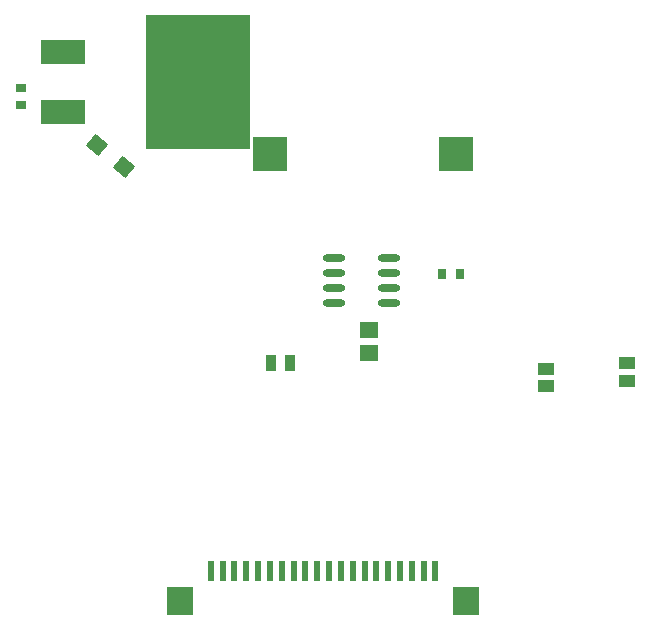
<source format=gtp>
G04*
G04 #@! TF.GenerationSoftware,Altium Limited,Altium Designer,18.1.7 (191)*
G04*
G04 Layer_Color=8421504*
%FSLAX25Y25*%
%MOIN*%
G70*
G01*
G75*
%ADD16R,0.05512X0.04331*%
%ADD17R,0.35000X0.45000*%
%ADD18R,0.15000X0.08000*%
%ADD19R,0.11811X0.11417*%
%ADD20O,0.07480X0.02362*%
%ADD21R,0.02360X0.07100*%
%ADD22R,0.08700X0.09800*%
G04:AMPARAMS|DCode=23|XSize=51.18mil|YSize=55.12mil|CornerRadius=0mil|HoleSize=0mil|Usage=FLASHONLY|Rotation=50.000|XOffset=0mil|YOffset=0mil|HoleType=Round|Shape=Rectangle|*
%AMROTATEDRECTD23*
4,1,4,0.00466,-0.03732,-0.03756,-0.00189,-0.00466,0.03732,0.03756,0.00189,0.00466,-0.03732,0.0*
%
%ADD23ROTATEDRECTD23*%

%ADD24R,0.02756X0.03543*%
%ADD25R,0.03543X0.02756*%
%ADD26R,0.06102X0.05315*%
%ADD27R,0.03740X0.05315*%
D16*
X527953Y360039D02*
D03*
Y365945D02*
D03*
X500894Y358059D02*
D03*
Y363965D02*
D03*
D17*
X385039Y459449D02*
D03*
D18*
X340039Y469449D02*
D03*
Y449449D02*
D03*
D19*
X470905Y435500D02*
D03*
X409094D02*
D03*
D20*
X448752Y386000D02*
D03*
Y391000D02*
D03*
Y396000D02*
D03*
Y401000D02*
D03*
X430248Y386000D02*
D03*
Y391000D02*
D03*
Y396000D02*
D03*
Y401000D02*
D03*
D21*
X389334Y296457D02*
D03*
X393274D02*
D03*
X397214D02*
D03*
X401154D02*
D03*
X405094D02*
D03*
X448404D02*
D03*
X452344D02*
D03*
X456284D02*
D03*
X460224D02*
D03*
X464164D02*
D03*
X424793D02*
D03*
X420853D02*
D03*
X416913D02*
D03*
X412973D02*
D03*
X409033D02*
D03*
X428731D02*
D03*
X432671D02*
D03*
X436611D02*
D03*
X440551D02*
D03*
X444491D02*
D03*
D22*
X379114Y286457D02*
D03*
X474384D02*
D03*
D23*
X351500Y438500D02*
D03*
X360246Y431161D02*
D03*
D24*
X472453Y395500D02*
D03*
X466547D02*
D03*
D25*
X325984Y457677D02*
D03*
Y451772D02*
D03*
D26*
X442000Y376937D02*
D03*
Y369063D02*
D03*
D27*
X409350Y366000D02*
D03*
X415650D02*
D03*
M02*

</source>
